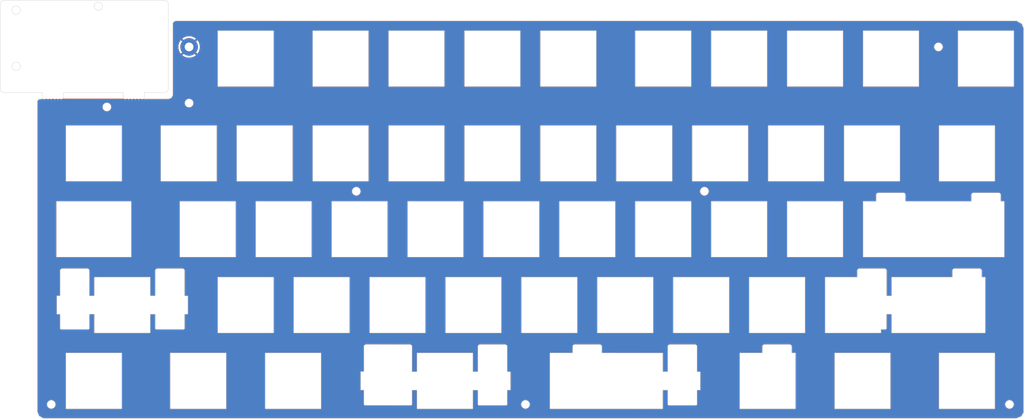
<source format=kicad_pcb>
(kicad_pcb (version 20221018) (generator pcbnew)
  (layers (0 "F.Cu" signal) (31 "B.Cu" signal) (34 "B.Paste" user) (35 "F.Paste" user) (36 "B.SilkS" user "B.Silkscreen") (37 "F.SilkS" user "F.Silkscreen") (38 "B.Mask" user) (39 "F.Mask" user) (44 "Edge.Cuts" user))
  (net 0 "")
  (net 1 "GND")
  (footprint "MountingHole:MountingHole_2.2mm_M2_Pad" (layer "F.Cu") (at 67.78 41.79)
    (fp_text reference "H1" hide)
    (fp_text value "MountingHole_Pad")
    (pad "1" thru_hole circle (at 0 0) (size 4.4 4.4) (drill 2.2) (layers "*.Cu" "*.Mask") (net 1 "GND"))
  )
  (footprint "_reviung-kbd:Stamp_Holes_5mm" (layer "F.Cu") (at 33.63 54.39)
    (fp_text reference "breakaway")
    (fp_text value "Stamp_Holes_5mm" hide)
    (pad "" np_thru_hole circle (at -2.075 0) (size 0.6 0.6) (drill 0.6) (layers "*.Cu" "*.Mask"))
    (pad "" np_thru_hole circle (at -1.25 0) (size 0.6 0.6) (drill 0.6) (layers "*.Cu" "*.Mask"))
    (pad "" np_thru_hole circle (at -0.425 0) (size 0.6 0.6) (drill 0.6) (layers "*.Cu" "*.Mask"))
    (pad "" np_thru_hole circle (at 0.425 0) (size 0.6 0.6) (drill 0.6) (layers "*.Cu" "*.Mask"))
    (pad "" np_thru_hole circle (at 1.25 0) (size 0.6 0.6) (drill 0.6) (layers "*.Cu" "*.Mask"))
    (pad "" np_thru_hole circle (at 2.075 0) (size 0.6 0.6) (drill 0.6) (layers "*.Cu" "*.Mask"))
  )
  (footprint "_reviung-kbd:Stamp_Holes_5mm" (layer "F.Cu") (at 53.9 54.39)
    (fp_text reference "breakaway")
    (fp_text value "Stamp_Holes_5mm" hide)
    (pad "" np_thru_hole circle (at -2.075 0) (size 0.6 0.6) (drill 0.6) (layers "*.Cu" "*.Mask"))
    (pad "" np_thru_hole circle (at -1.25 0) (size 0.6 0.6) (drill 0.6) (layers "*.Cu" "*.Mask"))
    (pad "" np_thru_hole circle (at -0.425 0) (size 0.6 0.6) (drill 0.6) (layers "*.Cu" "*.Mask"))
    (pad "" np_thru_hole circle (at 0.425 0) (size 0.6 0.6) (drill 0.6) (layers "*.Cu" "*.Mask"))
    (pad "" np_thru_hole circle (at 1.25 0) (size 0.6 0.6) (drill 0.6) (layers "*.Cu" "*.Mask"))
    (pad "" np_thru_hole circle (at 2.075 0) (size 0.6 0.6) (drill 0.6) (layers "*.Cu" "*.Mask"))
  )
  (gr_curve (pts (xy 93.742478 75.530007) (xy 93.742478 75.530007) (xy 79.742493 75.529985) (xy 79.742493 75.529985)) (stroke (width 0.088)) (layer "Edge.Cuts"))
  (gr_curve (pts (xy 42.758015 104.323146) (xy 42.758015 104.323146) (xy 44.023506 104.323146) (xy 44.023506 104.323146)) (stroke (width 0.088)) (layer "Edge.Cuts"))
  (gr_curve (pts (xy 150.8925 61.53) (xy 150.8925 61.53) (xy 150.892478 75.530007) (xy 150.892478 75.530007)) (stroke (width 0.088)) (layer "Edge.Cuts"))
  (gr_curve (pts (xy 127.079978 113.630007) (xy 127.079978 113.630007) (xy 113.079993 113.629985) (xy 113.079993 113.629985)) (stroke (width 0.088)) (layer "Edge.Cuts"))
  (gr_curve (pts (xy 231.854978 94.580007) (xy 231.854978 94.580007) (xy 217.854993 94.579985) (xy 217.854993 94.579985)) (stroke (width 0.088)) (layer "Edge.Cuts"))
  (gr_curve (pts (xy 132.130015 99.63) (xy 132.130015 99.63) (xy 146.13 99.63) (xy 146.13 99.63)) (stroke (width 0.088)) (layer "Edge.Cuts"))
  (gr_curve (pts (xy 264.088153 78.940415) (xy 264.088153 78.664269) (xy 264.311998 78.440402) (xy 264.588144 78.440424)) (stroke (width 0.088)) (layer "Edge.Cuts"))
  (gr_curve (pts (xy 266.151399 97.487194) (xy 266.427523 97.487194) (xy 266.65139 97.71106) (xy 266.65139 97.987206)) (stroke (width 0.088)) (layer "Edge.Cuts"))
  (gr_curve (pts (xy 155.942515 61.53) (xy 155.942515 61.53) (xy 169.9425 61.53) (xy 169.9425 61.53)) (stroke (width 0.088)) (layer "Edge.Cuts"))
  (gr_curve (pts (xy 112.7925 37.7175) (xy 112.7925 37.7175) (xy 112.792478 51.717507) (xy 112.792478 51.717507)) (stroke (width 0.088)) (layer "Edge.Cuts"))
  (gr_curve (pts (xy 44.023506 104.323146) (xy 44.023506 104.323146) (xy 44.023506 99.629742) (xy 44.023506 99.629742)) (stroke (width 0.088)) (layer "Edge.Cuts"))
  (gr_curve (pts (xy 255.955015 118.68) (xy 255.955015 118.68) (xy 269.955 118.680022) (xy 269.955 118.680022)) (stroke (width 0.088)) (layer "Edge.Cuts"))
  (gr_curve (pts (xy 56.58 54.74299) (xy 56.58 54.74299) (xy 56.58 53.242758) (xy 56.58 53.242758)) (stroke (width 0.088)) (layer "Edge.Cuts"))
  (gr_curve (pts (xy 255.954993 75.529985) (xy 255.954993 75.529985) (xy 255.955015 61.53) (xy 255.955015 61.53)) (stroke (width 0.088)) (layer "Edge.Cuts"))
  (gr_curve (pts (xy 152.190332 130.549603) (xy 152.770228 130.549603) (xy 153.240332 131.019708) (xy 153.240332 131.599603)) (stroke (width 0.088)) (layer "Edge.Cuts"))
  (gr_curve (pts (xy 194.042515 61.53) (xy 194.042515 61.53) (xy 208.0425 61.53) (xy 208.0425 61.53)) (stroke (width 0.088)) (layer "Edge.Cuts"))
  (gr_curve (pts (xy 213.092493 75.529985) (xy 213.092493 75.529985) (xy 213.092515 61.53) (xy 213.092515 61.53)) (stroke (width 0.088)) (layer "Edge.Cuts"))
  (gr_curve (pts (xy 66.636876 97.987206) (xy 66.636876 97.987206) (xy 66.636855 104.323146) (xy 66.636855 104.323146)) (stroke (width 0.088)) (layer "Edge.Cuts"))
  (gr_curve (pts (xy 30.98 54.74299) (xy 30.98 54.74299) (xy 30.5925 54.74299) (xy 30.5925 54.74299)) (stroke (width 0.088)) (layer "Edge.Cuts"))
  (gr_curve (pts (xy 98.792493 75.529985) (xy 98.792493 75.529985) (xy 98.792515 61.53) (xy 98.792515 61.53)) (stroke (width 0.088)) (layer "Edge.Cuts"))
  (gr_curve (pts (xy 67.778215 56.951145) (xy 67.198319 56.951145) (xy 66.728214 56.48104) (xy 66.728214 55.901145)) (stroke (width 0.088)) (layer "Edge.Cuts"))
  (gr_curve (pts (xy 88.98 37.7175) (xy 88.98 37.7175) (xy 88.979978 51.717507) (xy 88.979978 51.717507)) (stroke (width 0.088)) (layer "Edge.Cuts"))
  (gr_curve (pts (xy 36.879993 132.679985) (xy 36.879993 132.679985) (xy 36.880015 118.68) (xy 36.880015 118.68)) (stroke (width 0.088)) (layer "Edge.Cuts"))
  (gr_curve (pts (xy 32.149511 131.599603) (xy 32.149511 131.019708) (xy 32.619594 130.549603) (xy 33.199511 130.549603)) (stroke (width 0.088)) (layer "Edge.Cuts"))
  (gr_curve (pts (xy 61.575471 30.042753) (xy 61.575471 30.042753) (xy 21.37547 30.042753) (xy 21.37547 30.042753)) (stroke (width 0.088)) (layer "Edge.Cuts"))
  (gr_curve (pts (xy 108.693181 78.051601) (xy 108.693181 77.471706) (xy 109.163286 77.001601) (xy 109.743181 77.001601)) (stroke (width 0.088)) (layer "Edge.Cuts"))
  (gr_curve (pts (xy 30.98 53.242758) (xy 30.98 53.242758) (xy 30.98 54.74299) (xy 30.98 54.74299)) (stroke (width 0.088)) (layer "Edge.Cuts"))
  (gr_curve (pts (xy 140.260655 127.986882) (xy 140.260655 127.986882) (xy 138.972254 127.986882) (xy 138.972254 127.986882)) (stroke (width 0.088)) (layer "Edge.Cuts"))
  (gr_curve (pts (xy 112.792478 75.530007) (xy 112.792478 75.530007) (xy 98.792493 75.529985) (xy 98.792493 75.529985)) (stroke (width 0.088)) (layer "Edge.Cuts"))
  (gr_curve (pts (xy 24.389563 33.587067) (xy 23.809667 33.587067) (xy 23.339562 33.116963) (xy 23.339562 32.537067)) (stroke (width 0.088)) (layer "Edge.Cuts"))
  (gr_curve (pts (xy 44.023506 113.629748) (xy 44.023506 113.629748) (xy 44.023506 108.914145) (xy 44.023506 108.914145)) (stroke (width 0.088)) (layer "Edge.Cuts"))
  (gr_curve (pts (xy 68.828215 55.901145) (xy 68.828215 56.48104) (xy 68.35811 56.951145) (xy 67.778215 56.951145)) (stroke (width 0.088)) (layer "Edge.Cuts"))
  (gr_curve (pts (xy 184.23 99.63) (xy 184.23 99.63) (xy 184.229978 113.630007) (xy 184.229978 113.630007)) (stroke (width 0.088)) (layer "Edge.Cuts"))
  (gr_curve (pts (xy 88.979978 51.717507) (xy 88.979978 51.717507) (xy 74.979993 51.717485) (xy 74.979993 51.717485)) (stroke (width 0.088)) (layer "Edge.Cuts"))
  (gr_curve (pts (xy 58.023491 104.305533) (xy 58.023491 104.305533) (xy 59.311914 104.305533) (xy 59.311914 104.305533)) (stroke (width 0.088)) (layer "Edge.Cuts"))
  (gr_curve (pts (xy 195.225991 123.393364) (xy 195.225991 123.393364) (xy 196.061341 123.393364) (xy 196.061341 123.393364)) (stroke (width 0.088)) (layer "Edge.Cuts"))
  (gr_curve (pts (xy 160.705015 80.58) (xy 160.705015 80.58) (xy 174.705 80.58) (xy 174.705 80.58)) (stroke (width 0.088)) (layer "Edge.Cuts"))
  (gr_curve (pts (xy 151.140331 131.599603) (xy 151.140331 131.019708) (xy 151.610436 130.549603) (xy 152.190332 130.549603)) (stroke (width 0.088)) (layer "Edge.Cuts"))
  (gr_curve (pts (xy 66.728214 55.901145) (xy 66.728214 55.900563) (xy 66.728387 55.900047) (xy 66.728387 55.899465)) (stroke (width 0.088)) (layer "Edge.Cuts"))
  (gr_curve (pts (xy 147.085648 116.557412) (xy 147.361772 116.557412) (xy 147.585639 116.781279) (xy 147.585639 117.057425)) (stroke (width 0.088)) (layer "Edge.Cuts"))
  (gr_curve (pts (xy 136.892515 61.53) (xy 136.892515 61.53) (xy 150.8925 61.53) (xy 150.8925 61.53)) (stroke (width 0.088)) (layer "Edge.Cuts"))
  (gr_curve (pts (xy 205.948743 118.679979) (xy 205.948743 118.679979) (xy 211.650893 118.679979) (xy 211.650893 118.679979)) (stroke (width 0.088)) (layer "Edge.Cuts"))
  (gr_curve (pts (xy 43.964315 31.563548) (xy 43.964315 30.983652) (xy 44.43442 30.513547) (xy 45.014316 30.513547)) (stroke (width 0.088)) (layer "Edge.Cuts"))
  (gr_curve (pts (xy 273.639508 132.649604) (xy 273.059612 132.649604) (xy 272.589507 132.179499) (xy 272.589507 131.599603)) (stroke (width 0.088)) (layer "Edge.Cuts"))
  (gr_curve (pts (xy 36.880015 61.53) (xy 36.880015 61.53) (xy 50.88 61.53) (xy 50.88 61.53)) (stroke (width 0.088)) (layer "Edge.Cuts"))
  (gr_curve (pts (xy 34.498506 80.579742) (xy 34.498506 80.579742) (xy 53.26125 80.58) (xy 53.26125 80.58)) (stroke (width 0.088)) (layer "Edge.Cuts"))
  (gr_curve (pts (xy 35.433096 97.987185) (xy 35.433096 97.711039) (xy 35.656941 97.487172) (xy 35.933087 97.487194)) (stroke (width 0.088)) (layer "Edge.Cuts"))
  (gr_curve (pts (xy 217.855015 37.7175) (xy 217.855015 37.7175) (xy 231.855 37.7175) (xy 231.855 37.7175)) (stroke (width 0.088)) (layer "Edge.Cuts"))
  (gr_curve (pts (xy 100.886228 132.680007) (xy 100.886228 132.680007) (xy 86.886243 132.679985) (xy 86.886243 132.679985)) (stroke (width 0.088)) (layer "Edge.Cuts"))
  (gr_curve (pts (xy 36.880015 118.68) (xy 36.880015 118.68) (xy 50.88 118.68) (xy 50.88 118.68)) (stroke (width 0.088)) (layer "Edge.Cuts"))
  (gr_curve (pts (xy 140.260698 117.057403) (xy 140.260698 116.781257) (xy 140.484543 116.557391) (xy 140.760689 116.557412)) (stroke (width 0.088)) (layer "Edge.Cuts"))
  (gr_curve (pts (xy 58.023491 108.916664) (xy 58.023491 108.916664) (xy 58.023491 113.629748) (xy 58.023491 113.629748)) (stroke (width 0.088)) (layer "Edge.Cuts"))
  (gr_curve (pts (xy 174.705 80.58) (xy 174.705 80.58) (xy 174.704978 94.580007) (xy 174.704978 94.580007)) (stroke (width 0.088)) (layer "Edge.Cuts"))
  (gr_curve (pts (xy 84.504993 94.579985) (xy 84.504993 94.579985) (xy 84.505015 80.58) (xy 84.505015 80.58)) (stroke (width 0.088)) (layer "Edge.Cuts"))
  (gr_curve (pts (xy 243.76125 118.680022) (xy 243.76125 118.680022) (xy 243.761228 132.680007) (xy 243.761228 132.680007)) (stroke (width 0.088)) (layer "Edge.Cuts"))
  (gr_curve (pts (xy 112.158279 116.545031) (xy 112.158279 116.545031) (xy 123.206808 116.557412) (xy 123.206808 116.557412)) (stroke (width 0.088)) (layer "Edge.Cuts"))
  (gr_curve (pts (xy 229.761243 118.68) (xy 229.761243 118.68) (xy 243.76125 118.680022) (xy 243.76125 118.680022)) (stroke (width 0.088)) (layer "Edge.Cuts"))
  (gr_curve (pts (xy 271.413093 78.940436) (xy 271.413093 78.940436) (xy 271.413093 80.58) (xy 271.413093 80.58)) (stroke (width 0.088)) (layer "Edge.Cuts"))
  (gr_curve (pts (xy 197.093276 79.101602) (xy 196.51338 79.101602) (xy 196.043275 78.631497) (xy 196.043275 78.051601)) (stroke (width 0.088)) (layer "Edge.Cuts"))
  (gr_curve (pts (xy 146.13 99.63) (xy 146.13 99.63) (xy 146.129978 113.630007) (xy 146.129978 113.630007)) (stroke (width 0.088)) (layer "Edge.Cuts"))
  (gr_curve (pts (xy 217.854993 94.579985) (xy 217.854993 94.579985) (xy 217.855015 80.58) (xy 217.855015 80.58)) (stroke (width 0.088)) (layer "Edge.Cuts"))
  (gr_curve (pts (xy 197.093276 77.001601) (xy 197.673193 77.001601) (xy 198.143276 77.471706) (xy 198.143276 78.051601)) (stroke (width 0.088)) (layer "Edge.Cuts"))
  (gr_curve (pts (xy 170.229993 113.629985) (xy 170.229993 113.629985) (xy 170.230015 99.63) (xy 170.230015 99.63)) (stroke (width 0.088)) (layer "Edge.Cuts"))
  (gr_curve (pts (xy 79.454978 94.580007) (xy 79.454978 94.580007) (xy 65.454993 94.579985) (xy 65.454993 94.579985)) (stroke (width 0.088)) (layer "Edge.Cuts"))
  (gr_curve (pts (xy 24.389563 45.599125) (xy 24.969458 45.599125) (xy 25.439563 46.06923) (xy 25.439563 46.649125)) (stroke (width 0.088)) (layer "Edge.Cuts"))
  (gr_curve (pts (xy 58.023491 113.629748) (xy 58.023491 113.629748) (xy 44.023506 113.629748) (xy 44.023506 113.629748)) (stroke (width 0.088)) (layer "Edge.Cuts"))
  (gr_curve (pts (xy 74.980015 37.7175) (xy 74.980015 37.7175) (xy 88.98 37.7175) (xy 88.98 37.7175)) (stroke (width 0.088)) (layer "Edge.Cuts"))
  (gr_curve (pts (xy 171.347173 118.679914) (xy 171.347173 118.679914) (xy 186.612628 118.688871) (xy 186.612628 118.688871)) (stroke (width 0.088)) (layer "Edge.Cuts"))
  (gr_curve (pts (xy 98.792493 51.717485) (xy 98.792493 51.717485) (xy 98.792515 37.7175) (xy 98.792515 37.7175)) (stroke (width 0.088)) (layer "Edge.Cuts"))
  (gr_curve (pts (xy 240.709304 78.440424) (xy 240.709304 78.440424) (xy 247.034263 78.440424) (xy 247.034263 78.440424)) (stroke (width 0.088)) (layer "Edge.Cuts"))
  (gr_curve (pts (xy 127.08 99.63) (xy 127.08 99.63) (xy 127.079978 113.630007) (xy 127.079978 113.630007)) (stroke (width 0.088)) (layer "Edge.Cuts"))
  (gr_curve (pts (xy 100.88625 118.68) (xy 100.88625 118.68) (xy 100.886228 132.680007) (xy 100.886228 132.680007)) (stroke (width 0.088)) (layer "Edge.Cuts"))
  (gr_curve (pts (xy 53.261228 94.580007) (xy 53.261228 94.580007) (xy 34.498506 94.579727) (xy 34.498506 94.579727)) (stroke (width 0.088)) (layer "Edge.Cuts"))
  (gr_curve (pts (xy 158.323765 118.679871) (xy 158.323765 118.679871) (xy 164.022232 118.679892) (xy 164.022232 118.679892)) (stroke (width 0.088)) (layer "Edge.Cuts"))
  (gr_curve (pts (xy 124.972269 118.679742) (xy 124.972269 118.679742) (xy 138.972254 118.679742) (xy 138.972254 118.679742)) (stroke (width 0.088)) (layer "Edge.Cuts"))
  (gr_curve (pts (xy 123.706756 131.572258) (xy 123.706756 131.71032) (xy 123.594834 131.822264) (xy 123.45675 131.822264)) (stroke (width 0.088)) (layer "Edge.Cuts"))
  (gr_curve (pts (xy 232.142493 75.529985) (xy 232.142493 75.529985) (xy 232.142515 61.53) (xy 232.142515 61.53)) (stroke (width 0.088)) (layer "Edge.Cuts"))
  (gr_curve (pts (xy 44.023506 108.914145) (xy 44.023506 108.914145) (xy 42.758015 108.914145) (xy 42.758015 108.914145)) (stroke (width 0.088)) (layer "Edge.Cuts"))
  (gr_curve (pts (xy 59.311936 97.987185) (xy 59.311936 97.711039) (xy 59.535781 97.487172) (xy 59.811927 97.487194)) (stroke (width 0.088)) (layer "Edge.Cuts"))
  (gr_curve (pts (xy 212.804978 94.580007) (xy 212.804978 94.580007) (xy 198.804993 94.579985) (xy 198.804993 94.579985)) (stroke (width 0.088)) (layer "Edge.Cuts"))
  (gr_curve (pts (xy 274.717478 51.717507) (xy 274.717478 51.717507) (xy 260.717493 51.717485) (xy 260.717493 51.717485)) (stroke (width 0.088)) (layer "Edge.Cuts"))
  (gr_curve (pts (xy 274.689508 131.599603) (xy 274.689508 132.179499) (xy 274.219404 132.649604) (xy 273.639508 132.649604)) (stroke (width 0.088)) (layer "Edge.Cuts"))
  (gr_curve (pts (xy 229.761243 132.679985) (xy 229.761243 132.679985) (xy 229.761243 118.68) (xy 229.761243 118.68)) (stroke (width 0.088)) (layer "Edge.Cuts"))
  (gr_curve (pts (xy 194.975963 131.822264) (xy 194.975963 131.822264) (xy 188.151014 131.822243) (xy 188.151014 131.822243)) (stroke (width 0.088)) (layer "Edge.Cuts"))
  (gr_curve (pts (xy 108.03 99.63) (xy 108.03 99.63) (xy 108.029978 113.630007) (xy 108.029978 113.630007)) (stroke (width 0.088)) (layer "Edge.Cuts"))
  (gr_curve (pts (xy 50.88 61.53) (xy 50.88 61.53) (xy 50.879978 75.530007) (xy 50.879978 75.530007)) (stroke (width 0.088)) (layer "Edge.Cuts"))
  (gr_curve (pts (xy 42.758015 108.914145) (xy 42.758015 108.914145) (xy 42.757993 112.50204) (xy 42.757993 112.50204)) (stroke (width 0.088)) (layer "Edge.Cuts"))
  (gr_curve (pts (xy 211.650893 118.679979) (xy 211.650893 118.679979) (xy 211.650893 117.050922) (xy 211.650893 117.050922)) (stroke (width 0.088)) (layer "Edge.Cuts"))
  (gr_curve (pts (xy 195.225969 131.572258) (xy 195.225969 131.71032) (xy 195.114047 131.822264) (xy 194.975963 131.822264)) (stroke (width 0.088)) (layer "Edge.Cuts"))
  (gr_curve (pts (xy 79.742493 75.529985) (xy 79.742493 75.529985) (xy 79.742515 61.53) (xy 79.742515 61.53)) (stroke (width 0.088)) (layer "Edge.Cuts"))
  (gr_curve (pts (xy 187.901029 131.572236) (xy 187.901029 131.572236) (xy 187.901029 127.986882) (xy 187.901029 127.986882)) (stroke (width 0.088)) (layer "Edge.Cuts"))
  (gr_curve (pts (xy 111.658288 117.045044) (xy 111.658288 116.768898) (xy 111.882133 116.545031) (xy 112.158279 116.545031)) (stroke (width 0.088)) (layer "Edge.Cuts"))
  (gr_curve (pts (xy 227.0925 61.53) (xy 227.0925 61.53) (xy 227.092478 75.530007) (xy 227.092478 75.530007)) (stroke (width 0.088)) (layer "Edge.Cuts"))
  (gr_curve (pts (xy 33.199511 130.549603) (xy 33.779407 130.549603) (xy 34.249512 131.019708) (xy 34.249512 131.599603)) (stroke (width 0.088)) (layer "Edge.Cuts"))
  (gr_curve (pts (xy 165.179978 113.630007) (xy 165.179978 113.630007) (xy 151.179993 113.629985) (xy 151.179993 113.629985)) (stroke (width 0.088)) (layer "Edge.Cuts"))
  (gr_curve (pts (xy 218.975833 117.050944) (xy 218.975833 117.050944) (xy 218.975833 118.68) (xy 218.975833 118.68)) (stroke (width 0.088)) (layer "Edge.Cuts"))
  (gr_curve (pts (xy 189.280015 99.63) (xy 189.280015 99.63) (xy 203.28 99.63) (xy 203.28 99.63)) (stroke (width 0.088)) (layer "Edge.Cuts"))
  (gr_curve (pts (xy 47.15288 57.921435) (xy 46.572985 57.921435) (xy 46.10288 57.451352) (xy 46.10288 56.871434)) (stroke (width 0.088)) (layer "Edge.Cuts"))
  (gr_curve (pts (xy 212.805 37.7175) (xy 212.805 37.7175) (xy 212.804978 51.717507) (xy 212.804978 51.717507)) (stroke (width 0.088)) (layer "Edge.Cuts"))
  (gr_curve (pts (xy 169.942478 75.530007) (xy 169.942478 75.530007) (xy 155.942493 75.529985) (xy 155.942493 75.529985)) (stroke (width 0.088)) (layer "Edge.Cuts"))
  (gr_curve (pts (xy 148.420945 127.984363) (xy 148.420945 127.984363) (xy 147.585596 127.984363) (xy 147.585596 127.984363)) (stroke (width 0.088)) (layer "Edge.Cuts"))
  (gr_curve (pts (xy 62.601464 54.74299) (xy 62.601464 54.74299) (xy 56.58 54.74299) (xy 56.58 54.74299)) (stroke (width 0.088)) (layer "Edge.Cuts"))
  (gr_curve (pts (xy 244.055612 104.323146) (xy 244.055612 104.323146) (xy 244.055612 99.629742) (xy 244.055612 99.629742)) (stroke (width 0.088)) (layer "Edge.Cuts"))
  (gr_curve (pts (xy 273.639508 130.549603) (xy 274.219404 130.549603) (xy 274.689508 131.019708) (xy 274.689508 131.599603)) (stroke (width 0.088)) (layer "Edge.Cuts"))
  (gr_curve (pts (xy 196.061341 123.393364) (xy 196.061341 123.393364) (xy 196.061319 127.984363) (xy 196.061319 127.984363)) (stroke (width 0.088)) (layer "Edge.Cuts"))
  (gr_curve (pts (xy 44.023506 99.629742) (xy 44.023506 99.629742) (xy 58.023491 99.629742) (xy 58.023491 99.629742)) (stroke (width 0.088)) (layer "Edge.Cuts"))
  (gr_curve (pts (xy 67.472204 104.323146) (xy 67.472204 104.323146) (xy 67.472183 108.914145) (xy 67.472183 108.914145)) (stroke (width 0.088)) (layer "Edge.Cuts"))
  (gr_curve (pts (xy 35.433053 112.502018) (xy 35.433053 112.502018) (xy 35.433075 108.916664) (xy 35.433075 108.916664)) (stroke (width 0.088)) (layer "Edge.Cuts"))
  (gr_curve (pts (xy 186.612628 127.986882) (xy 186.612628 127.986882) (xy 186.612628 132.688878) (xy 186.612628 132.688878)) (stroke (width 0.088)) (layer "Edge.Cuts"))
  (gr_curve (pts (xy 208.042478 75.530007) (xy 208.042478 75.530007) (xy 194.042493 75.529985) (xy 194.042493 75.529985)) (stroke (width 0.088)) (layer "Edge.Cuts"))
  (gr_curve (pts (xy 227.379993 113.629985) (xy 227.379993 113.629985) (xy 227.380015 99.63) (xy 227.380015 99.63)) (stroke (width 0.088)) (layer "Edge.Cuts"))
  (gr_curve (pts (xy 136.892493 75.529985) (xy 136.892493 75.529985) (xy 136.892515 61.53) (xy 136.892515 61.53)) (stroke (width 0.088)) (layer "Edge.Cuts"))
  (gr_curve (pts (xy 198.805015 80.58) (xy 198.805015 80.58) (xy 212.805 80.58) (xy 212.805 80.58)) (stroke (width 0.088)) (layer "Edge.Cuts"))
  (gr_curve (pts (xy 174.992493 75.529985) (xy 174.992493 75.529985) (xy 174.992515 61.53) (xy 174.992515 61.53)) (stroke (width 0.088)) (layer "Edge.Cuts"))
  (gr_curve (pts (xy 84.505015 80.58) (xy 84.505015 80.58) (xy 98.505 80.58) (xy 98.505 80.58)) (stroke (width 0.088)) (layer "Edge.Cuts"))
  (gr_curve (pts (xy 270.913102 78.440424) (xy 271.189227 78.440424) (xy 271.413093 78.66429) (xy 271.413093 78.940436)) (stroke (width 0.088)) (layer "Edge.Cuts"))
  (gr_curve (pts (xy 208.330015 99.63) (xy 208.330015 99.63) (xy 222.33 99.63) (xy 222.33 99.63)) (stroke (width 0.088)) (layer "Edge.Cuts"))
  (gr_curve (pts (xy 21.37547 53.242758) (xy 21.37547 53.242758) (xy 30.98 53.242758) (xy 30.98 53.242758)) (stroke (width 0.088)) (layer "Edge.Cuts"))
  (gr_curve (pts (xy 231.854978 51.717507) (xy 231.854978 51.717507) (xy 217.854993 51.717485) (xy 217.854993 51.717485)) (stroke (width 0.088)) (layer "Edge.Cuts"))
  (gr_curve (pts (xy 155.942493 75.529985) (xy 155.942493 75.529985) (xy 155.942515 61.53) (xy 155.942515 61.53)) (stroke (width 0.088)) (layer "Edge.Cuts"))
  (gr_curve (pts (xy 188.151014 131.822243) (xy 188.012952 131.822243) (xy 187.901029 131.710299) (xy 187.901029 131.572236)) (stroke (width 0.088)) (layer "Edge.Cuts"))
  (gr_curve (pts (xy 111.658245 131.559877) (xy 111.658245 131.559877) (xy 111.658267 127.974523) (xy 111.658267 127.974523)) (stroke (width 0.088)) (layer "Edge.Cuts"))
  (gr_curve (pts (xy 218.475842 116.550931) (xy 218.751967 116.550931) (xy 218.975833 116.774798) (xy 218.975833 117.050944)) (stroke (width 0.088)) (layer "Edge.Cuts"))
  (gr_curve (pts (xy 62.575475 31.042757) (xy 62.575475 30.490486) (xy 62.127763 30.042753) (xy 61.575471 30.042753)) (stroke (width 0.088)) (layer "Edge.Cuts"))
  (gr_curve (pts (xy 111.658267 123.363392) (xy 111.658267 123.363392) (xy 111.658288 117.045044) (xy 111.658288 117.045044)) (stroke (width 0.088)) (layer "Edge.Cuts"))
  (gr_curve (pts (xy 242.790142 97.987206) (xy 242.790142 97.987206) (xy 242.79012 104.323146) (xy 242.79012 104.323146)) (stroke (width 0.088)) (layer "Edge.Cuts"))
  (gr_curve (pts (xy 147.585617 123.393364) (xy 147.585617 123.393364) (xy 148.420967 123.393364) (xy 148.420967 123.393364)) (stroke (width 0.088)) (layer "Edge.Cuts"))
  (gr_curve (pts (xy 141.654993 94.579985) (xy 141.654993 94.579985) (xy 141.655015 80.58) (xy 141.655015 80.58)) (stroke (width 0.088)) (layer "Edge.Cuts"))
  (gr_curve (pts (xy 179.754993 51.717485) (xy 179.754993 51.717485) (xy 179.755015 37.7175) (xy 179.755015 37.7175)) (stroke (width 0.088)) (layer "Edge.Cuts"))
  (gr_curve (pts (xy 63.601467 53.743008) (xy 63.601467 54.295278) (xy 63.153755 54.74299) (xy 62.601464 54.74299)) (stroke (width 0.088)) (layer "Edge.Cuts"))
  (gr_curve (pts (xy 109.743181 77.001601) (xy 110.323077 77.001601) (xy 110.793182 77.471706) (xy 110.793182 78.051601)) (stroke (width 0.088)) (layer "Edge.Cuts"))
  (gr_curve (pts (xy 236.905015 80.58) (xy 236.905015 80.58) (xy 240.209313 80.58) (xy 240.209313 80.58)) (stroke (width 0.088)) (layer "Edge.Cuts"))
  (gr_curve (pts (xy 242.79012 104.323146) (xy 242.79012 104.323146) (xy 244.055612 104.323146) (xy 244.055612 104.323146)) (stroke (width 0.088)) (layer "Edge.Cuts"))
  (gr_curve (pts (xy 30.5925 54.74299) (xy 30.040208 54.74299) (xy 29.592496 55.190723) (xy 29.592496 55.742993)) (stroke (width 0.088)) (layer "Edge.Cuts"))
  (gr_curve (pts (xy 277.242496 133.205255) (xy 277.242496 133.205255) (xy 277.242496 37.192726) (xy 277.242496 37.192726)) (stroke (width 0.088)) (layer "Edge.Cuts"))
  (gr_curve (pts (xy 111.658267 127.974523) (xy 111.658267 127.974523) (xy 110.822896 127.974523) (xy 110.822896 127.974523)) (stroke (width 0.088)) (layer "Edge.Cuts"))
  (gr_curve (pts (xy 164.022232 117.057403) (xy 164.022232 116.781257) (xy 164.246078 116.557391) (xy 164.522223 116.557412)) (stroke (width 0.088)) (layer "Edge.Cuts"))
  (gr_curve (pts (xy 165.18 99.63) (xy 165.18 99.63) (xy 165.179978 113.630007) (xy 165.179978 113.630007)) (stroke (width 0.088)) (layer "Edge.Cuts"))
  (gr_curve (pts (xy 45.014316 30.513547) (xy 45.594233 30.513547) (xy 46.064316 30.983652) (xy 46.064316 31.563548)) (stroke (width 0.088)) (layer "Edge.Cuts"))
  (gr_curve (pts (xy 222.329978 113.630007) (xy 222.329978 113.630007) (xy 208.329993 113.629985) (xy 208.329993 113.629985)) (stroke (width 0.088)) (layer "Edge.Cuts"))
  (gr_curve (pts (xy 272.589507 131.599603) (xy 272.589507 131.019708) (xy 273.059612 130.549603) (xy 273.639508 130.549603)) (stroke (width 0.088)) (layer "Edge.Cuts"))
  (gr_curve (pts (xy 103.555015 80.58) (xy 103.555015 80.58) (xy 117.555 80.58) (xy 117.555 80.58)) (stroke (width 0.088)) (layer "Edge.Cuts"))
  (gr_curve (pts (xy 117.842515 37.7175) (xy 117.842515 37.7175) (xy 131.8425 37.7175) (xy 131.8425 37.7175)) (stroke (width 0.088)) (layer "Edge.Cuts"))
  (gr_curve (pts (xy 36.28 53.242758) (xy 36.28 53.242758) (xy 51.28 53.242758) (xy 51.28 53.242758)) (stroke (width 0.088)) (layer "Edge.Cuts"))
  (gr_curve (pts (xy 266.65139 99.63) (xy 266.65139 99.63) (xy 267.57375 99.63) (xy 267.57375 99.63)) (stroke (width 0.088)) (layer "Edge.Cuts"))
  (gr_curve (pts (xy 66.636855 104.323146) (xy 66.636855 104.323146) (xy 67.472204 104.323146) (xy 67.472204 104.323146)) (stroke (width 0.088)) (layer "Edge.Cuts"))
  (gr_curve (pts (xy 231.855 37.7175) (xy 231.855 37.7175) (xy 231.854978 51.717507) (xy 231.854978 51.717507)) (stroke (width 0.088)) (layer "Edge.Cuts"))
  (gr_curve (pts (xy 170.230015 99.63) (xy 170.230015 99.63) (xy 184.23 99.63) (xy 184.23 99.63)) (stroke (width 0.088)) (layer "Edge.Cuts"))
  (gr_curve (pts (xy 195.226013 117.057425) (xy 195.226013 117.057425) (xy 195.225991 123.393364) (xy 195.225991 123.393364)) (stroke (width 0.088)) (layer "Edge.Cuts"))
  (gr_curve (pts (xy 25.439563 32.537067) (xy 25.439563 33.116963) (xy 24.969458 33.587067) (xy 24.389563 33.587067)) (stroke (width 0.088)) (layer "Edge.Cuts"))
  (gr_curve (pts (xy 241.379978 113.630007) (xy 241.379978 113.630007) (xy 227.379993 113.629985) (xy 227.379993 113.629985)) (stroke (width 0.088)) (layer "Edge.Cuts"))
  (gr_curve (pts (xy 198.804993 51.717485) (xy 198.804993 51.717485) (xy 198.805015 37.7175) (xy 198.805015 37.7175)) (stroke (width 0.088)) (layer "Edge.Cuts"))
  (gr_curve (pts (xy 131.8425 61.53) (xy 131.8425 61.53) (xy 131.842478 75.530007) (xy 131.842478 75.530007)) (stroke (width 0.088)) (layer "Edge.Cuts"))
  (gr_curve (pts (xy 124.972269 127.984363) (xy 124.972269 127.984363) (xy 123.706778 127.984363) (xy 123.706778 127.984363)) (stroke (width 0.088)) (layer "Edge.Cuts"))
  (gr_curve (pts (xy 59.311914 104.305533) (xy 59.311914 104.305533) (xy 59.311936 97.987185) (xy 59.311936 97.987185)) (stroke (width 0.088)) (layer "Edge.Cuts"))
  (gr_curve (pts (xy 50.879978 75.530007) (xy 50.879978 75.530007) (xy 36.879993 75.529985) (xy 36.879993 75.529985)) (stroke (width 0.088)) (layer "Edge.Cuts"))
  (gr_curve (pts (xy 65.454993 94.579985) (xy 65.454993 94.579985) (xy 65.455015 80.58) (xy 65.455015 80.58)) (stroke (width 0.088)) (layer "Edge.Cuts"))
  (gr_curve (pts (xy 269.954978 75.530007) (xy 269.954978 75.530007) (xy 255.954993 75.529985) (xy 255.954993 75.529985)) (stroke (width 0.088)) (layer "Edge.Cuts"))
  (gr_curve (pts (xy 74.6925 61.53) (xy 74.6925 61.53) (xy 74.692478 75.530007) (xy 74.692478 75.530007)) (stroke (width 0.088)) (layer "Edge.Cuts"))
  (gr_curve (pts (xy 205.948743 132.679964) (xy 205.948743 132.679964) (xy 205.948743 118.679979) (xy 205.948743 118.679979)) (stroke (width 0.088)) (layer "Edge.Cuts"))
  (gr_curve (pts (xy 260.717515 37.7175) (xy 260.717515 37.7175) (xy 274.7175 37.7175) (xy 274.7175 37.7175)) (stroke (width 0.088)) (layer "Edge.Cuts"))
  (gr_curve (pts (xy 212.804978 51.717507) (xy 212.804978 51.717507) (xy 198.804993 51.717485) (xy 198.804993 51.717485)) (stroke (width 0.088)) (layer "Edge.Cuts"))
  (gr_curve (pts (xy 113.079993 113.629985) (xy 113.079993 113.629985) (xy 113.080015 99.63) (xy 113.080015 99.63)) (stroke (width 0.088)) (layer "Edge.Cuts"))
  (gr_curve (pts (xy 186.612628 123.375751) (xy 186.612628 123.375751) (xy 187.901051 123.375751) (xy 187.901051 123.375751)) (stroke (width 0.088)) (layer "Edge.Cuts"))
  (gr_curve (pts (xy 186.612628 118.688871) (xy 186.612628 118.688871) (xy 186.612628 123.375751) (xy 186.612628 123.375751)) (stroke (width 0.088)) (layer "Edge.Cuts"))
  (gr_curve (pts (xy 88.979978 113.630007) (xy 88.979978 113.630007) (xy 74.979993 113.629985) (xy 74.979993 113.629985)) (stroke (width 0.088)) (layer "Edge.Cuts"))
  (gr_curve (pts (xy 136.604978 94.580007) (xy 136.604978 94.580007) (xy 122.604993 94.579985) (xy 122.604993 94.579985)) (stroke (width 0.088)) (layer "Edge.Cuts"))
  (gr_curve (pts (xy 203.28 99.63) (xy 203.28 99.63) (xy 203.279978 113.630007) (xy 203.279978 113.630007)) (stroke (width 0.088)) (layer "Edge.Cuts"))
  (gr_curve (pts (xy 171.347173 117.057425) (xy 171.347173 117.057425) (xy 171.347173 118.679914) (xy 171.347173 118.679914)) (stroke (width 0.088)) (layer "Edge.Cuts"))
  (gr_curve (pts (xy 186.612628 132.688878) (xy 186.612628 132.688878) (xy 158.323743 132.679856) (xy 158.323743 132.679856)) (stroke (width 0.088)) (layer "Edge.Cuts"))
  (gr_curve (pts (xy 212.805 80.58) (xy 212.805 80.58) (xy 212.804978 94.580007) (xy 212.804978 94.580007)) (stroke (width 0.088)) (layer "Edge.Cuts"))
  (gr_curve (pts (xy 196.061319 127.984363) (xy 196.061319 127.984363) (xy 195.225969 127.984363) (xy 195.225969 127.984363)) (stroke (width 0.088)) (layer "Edge.Cuts"))
  (gr_curve (pts (xy 236.904993 94.579985) (xy 236.904993 94.579985) (xy 236.905015 80.58) (xy 236.905015 80.58)) (stroke (width 0.088)) (layer "Edge.Cuts"))
  (gr_curve (pts (xy 254.761504 41.785598) (xy 254.761504 41.205702) (xy 255.231609 40.735598) (xy 255.811505 40.735598)) (stroke (width 0.088)) (layer "Edge.Cuts"))
  (gr_curve (pts (xy 179.755015 37.7175) (xy 179.755015 37.7175) (xy 193.755 37.7175) (xy 193.755 37.7175)) (stroke (width 0.088)) (layer "Edge.Cuts"))
  (gr_curve (pts (xy 98.505 80.58) (xy 98.505 80.58) (xy 98.504978 94.580007) (xy 98.504978 94.580007)) (stroke (width 0.088)) (layer "Edge.Cuts"))
  (gr_curve (pts (xy 213.092515 61.53) (xy 213.092515 61.53) (xy 227.0925 61.53) (xy 227.0925 61.53)) (stroke (width 0.088)) (layer "Edge.Cuts"))
  (gr_curve (pts (xy 132.129993 113.629985) (xy 132.129993 113.629985) (xy 132.130015 99.63) (xy 132.130015 99.63)) (stroke (width 0.088)) (layer "Edge.Cuts"))
  (gr_curve (pts (xy 179.754993 94.579985) (xy 179.754993 94.579985) (xy 179.755015 80.58) (xy 179.755015 80.58)) (stroke (width 0.088)) (layer "Edge.Cuts"))
  (gr_curve (pts (xy 74.979993 113.629985) (xy 74.979993 113.629985) (xy 74.980015 99.63) (xy 74.980015 99.63)) (stroke (width 0.088)) (layer "Edge.Cuts"))
  (gr_curve (pts (xy 46.10288 56.871434) (xy 46.10288 56.291539) (xy 46.572985 55.821434) (xy 47.15288 55.821434)) (stroke (width 0.088)) (layer "Edge.Cuts"))
  (gr_curve (pts (xy 79.455 80.58) (xy 79.455 80.58) (xy 79.454978 94.580007) (xy 79.454978 94.580007)) (stroke (width 0.088)) (layer "Edge.Cuts"))
  (gr_curve (pts (xy 24.389563 31.487066) (xy 24.969458 31.487066) (xy 25.439563 31.957171) (xy 25.439563 32.537067)) (stroke (width 0.088)) (layer "Edge.Cuts"))
  (gr_curve (pts (xy 110.822896 123.363392) (xy 110.822896 123.363392) (xy 111.658267 123.363392) (xy 111.658267 123.363392)) (stroke (width 0.088)) (layer "Edge.Cuts"))
  (gr_curve (pts (xy 66.386827 112.752046) (xy 66.386827 112.752046) (xy 59.561877 112.752024) (xy 59.561877 112.752024)) (stroke (width 0.088)) (layer "Edge.Cuts"))
  (gr_curve (pts (xy 25.439563 46.649125) (xy 25.439563 47.229043) (xy 24.969458 47.699126) (xy 24.389563 47.699126)) (stroke (width 0.088)) (layer "Edge.Cuts"))
  (gr_curve (pts (xy 169.942478 51.717507) (xy 169.942478 51.717507) (xy 155.942493 51.717485) (xy 155.942493 51.717485)) (stroke (width 0.088)) (layer "Edge.Cuts"))
  (gr_curve (pts (xy 23.339562 32.537067) (xy 23.339562 31.957171) (xy 23.809667 31.487066) (xy 24.389563 31.487066)) (stroke (width 0.088)) (layer "Edge.Cuts"))
  (gr_curve (pts (xy 147.585639 117.057425) (xy 147.585639 117.057425) (xy 147.585617 123.393364) (xy 147.585617 123.393364)) (stroke (width 0.088)) (layer "Edge.Cuts"))
  (gr_curve (pts (xy 117.842493 75.529985) (xy 117.842493 75.529985) (xy 117.842515 61.53) (xy 117.842515 61.53)) (stroke (width 0.088)) (layer "Edge.Cuts"))
  (gr_curve (pts (xy 241.379978 112.752046) (xy 241.379978 112.752046) (xy 241.379978 113.630007) (xy 241.379978 113.630007)) (stroke (width 0.088)) (layer "Edge.Cuts"))
  (gr_curve (pts (xy 63.073743 132.679985) (xy 63.073743 132.679985) (xy 63.073743 118.68) (xy 63.073743 118.68)) (stroke (width 0.088)) (layer "Edge.Cuts"))
  (gr_curve (pts (xy 59.561877 112.752024) (xy 59.423815 112.752024) (xy 59.311893 112.64008) (xy 59.311893 112.502018)) (stroke (width 0.088)) (layer "Edge.Cuts"))
  (gr_curve (pts (xy 140.260655 131.572236) (xy 140.260655 131.572236) (xy 140.260655 127.986882) (xy 140.260655 127.986882)) (stroke (width 0.088)) (layer "Edge.Cuts"))
  (gr_curve (pts (xy 187.901051 123.375751) (xy 187.901051 123.375751) (xy 187.901072 117.057403) (xy 187.901072 117.057403)) (stroke (width 0.088)) (layer "Edge.Cuts"))
  (gr_curve (pts (xy 113.080015 99.63) (xy 113.080015 99.63) (xy 127.08 99.63) (xy 127.08 99.63)) (stroke (width 0.088)) (layer "Edge.Cuts"))
  (gr_curve (pts (xy 109.743181 79.101602) (xy 109.163286 79.101602) (xy 108.693181 78.631497) (xy 108.693181 78.051601)) (stroke (width 0.088)) (layer "Edge.Cuts"))
  (gr_curve (pts (xy 236.905015 37.7175) (xy 236.905015 37.7175) (xy 250.905 37.7175) (xy 250.905 37.7175)) (stroke (width 0.088)) (layer "Edge.Cuts"))
  (gr_curve (pts (xy 267.573728 113.629748) (xy 267.573728 113.629748) (xy 244.055496 113.629748) (xy 244.055496 113.629748)) (stroke (width 0.088)) (layer "Edge.Cuts"))
  (gr_curve (pts (xy 217.854993 51.717485) (xy 217.854993 51.717485) (xy 217.855015 37.7175) (xy 217.855015 37.7175)) (stroke (width 0.088)) (layer "Edge.Cuts"))
  (gr_curve (pts (xy 260.717493 51.717485) (xy 260.717493 51.717485) (xy 260.717515 37.7175) (xy 260.717515 37.7175)) (stroke (width 0.088)) (layer "Edge.Cuts"))
  (gr_curve (pts (xy 150.892478 75.530007) (xy 150.892478 75.530007) (xy 136.892493 75.529985) (xy 136.892493 75.529985)) (stroke (width 0.088)) (layer "Edge.Cuts"))
  (gr_curve (pts (xy 88.98 99.63) (xy 88.98 99.63) (xy 88.979978 113.630007) (xy 88.979978 113.630007)) (stroke (width 0.088)) (layer "Edge.Cuts"))
  (gr_curve (pts (xy 255.955015 61.53) (xy 255.955015 61.53) (xy 269.955 61.53) (xy 269.955 61.53)) (stroke (width 0.088)) (layer "Edge.Cuts"))
  (gr_curve (pts (xy 244.055612 99.629742) (xy 244.055612 99.629742) (xy 259.32645 99.629742) (xy 259.32645 99.629742)) (stroke (width 0.088)) (layer "Edge.Cuts"))
  (gr_curve (pts (xy 46.064316 31.563548) (xy 46.064316 32.143443) (xy 45.594233 32.613548) (xy 45.014316 32.613548)) (stroke (width 0.088)) (layer "Edge.Cuts"))
  (gr_curve (pts (xy 203.279978 113.630007) (xy 203.279978 113.630007) (xy 189.279993 113.629985) (xy 189.279993 113.629985)) (stroke (width 0.088)) (layer "Edge.Cuts"))
  (gr_curve (pts (xy 42.757993 112.50204) (xy 42.757993 112.640102) (xy 42.646071 112.752046) (xy 42.507987 112.752046)) (stroke (width 0.088)) (layer "Edge.Cuts"))
  (gr_curve (pts (xy 140.760689 116.557412) (xy 140.760689 116.557412) (xy 147.085648 116.557412) (xy 147.085648 116.557412)) (stroke (width 0.088)) (layer "Edge.Cuts"))
  (gr_curve (pts (xy 93.7425 61.53) (xy 93.7425 61.53) (xy 93.742478 75.530007) (xy 93.742478 75.530007)) (stroke (width 0.088)) (layer "Edge.Cuts"))
  (gr_curve (pts (xy 131.842478 75.530007) (xy 131.842478 75.530007) (xy 117.842493 75.529985) (xy 117.842493 75.529985)) (stroke (width 0.088)) (layer "Edge.Cuts"))
  (gr_curve (pts (xy 196.043275 78.051601) (xy 196.043275 77.471706) (xy 196.51338 77.001601) (xy 197.093276 77.001601)) (stroke (width 0.088)) (layer "Edge.Cuts"))
  (gr_curve (pts (xy 242.290151 97.487194) (xy 242.566275 97.487194) (xy 242.790142 97.71106) (xy 242.790142 97.987206)) (stroke (width 0.088)) (layer "Edge.Cuts"))
  (gr_curve (pts (xy 111.90823 131.809883) (xy 111.770168 131.809883) (xy 111.658245 131.697939) (xy 111.658245 131.559877)) (stroke (width 0.088)) (layer "Edge.Cuts"))
  (gr_curve (pts (xy 34.597703 104.305533) (xy 34.597703 104.305533) (xy 35.433075 104.305533) (xy 35.433075 104.305533)) (stroke (width 0.088)) (layer "Edge.Cuts"))
  (gr_curve (pts (xy 246.1425 61.53) (xy 246.1425 61.53) (xy 246.142478 75.530007) (xy 246.142478 75.530007)) (stroke (width 0.088)) (layer "Edge.Cuts"))
  (gr_curve (pts (xy 269.955 61.53) (xy 269.955 61.53) (xy 269.954978 75.530007) (xy 269.954978 75.530007)) (stroke (width 0.088)) (layer "Edge.Cuts"))
  (gr_curve (pts (xy 227.092478 75.530007) (xy 227.092478 75.530007) (xy 213.092493 75.529985) (xy 213.092493 75.529985)) (stroke (width 0.088)) (layer "Edge.Cuts"))
  (gr_curve (pts (xy 117.555 80.58) (xy 117.555 80.58) (xy 117.554978 94.580007) (xy 117.554978 94.580007)) (stroke (width 0.088)) (layer "Edge.Cuts"))
  (gr_curve (pts (xy 50.88 118.68) (xy 50.88 118.68) (xy 50.879978 132.680007) (xy 50.879978 132.680007)) (stroke (width 0.088)) (layer "Edge.Cuts"))
  (gr_curve (pts (xy 169.9425 37.7175) (xy 169.9425 37.7175) (xy 169.942478 51.717507) (xy 169.942478 51.717507)) (stroke (width 0.088)) (layer "Edge.Cuts"))
  (gr_curve (pts (xy 63.601467 36.192744) (xy 63.601467 36.192744) (xy 63.601467 53.743008) (xy 63.601467 53.743008)) (stroke (width 0.088)) (layer "Edge.Cuts"))
  (gr_curve (pts (xy 45.014316 32.613548) (xy 44.43442 32.613548) (xy 43.964315 32.143443) (xy 43.964315 31.563548)) (stroke (width 0.088)) (layer "Edge.Cuts"))
  (gr_curve (pts (xy 150.892478 51.717507) (xy 150.892478 51.717507) (xy 136.892493 51.717485) (xy 136.892493 51.717485)) (stroke (width 0.088)) (layer "Edge.Cuts"))
  (gr_curve (pts (xy 193.755 80.58) (xy 193.755 80.58) (xy 193.754978 94.580007) (xy 193.754978 94.580007)) (stroke (width 0.088)) (layer "Edge.Cuts"))
  (gr_curve (pts (xy 155.942493 51.717485) (xy 155.942493 51.717485) (xy 155.942515 37.7175) (xy 155.942515 37.7175)) (stroke (width 0.088)) (layer "Edge.Cuts"))
  (gr_curve (pts (xy 242.522501 112.752046) (xy 242.522501 112.752046) (xy 241.379978 112.752046) (xy 241.379978 112.752046)) (stroke (width 0.088)) (layer "Edge.Cuts"))
  (gr_curve (pts (xy 21.37547 30.042753) (xy 20.8232 30.042753) (xy 20.375488 30.490486) (xy 20.375488 31.042757)) (stroke (width 0.088)) (layer "Edge.Cuts"))
  (gr_curve (pts (xy 36.28 54.74299) (xy 36.28 54.74299) (xy 36.28 53.242758) (xy 36.28 53.242758)) (stroke (width 0.088)) (layer "Edge.Cuts"))
  (gr_curve (pts (xy 235.465202 99.63) (xy 235.465202 99.63) (xy 235.465202 97.987185) (xy 235.465202 97.987185)) (stroke (width 0.088)) (layer "Edge.Cuts"))
  (gr_curve (pts (xy 275.242511 35.19274) (xy 275.242511 35.19274) (xy 64.601471 35.19274) (xy 64.601471 35.19274)) (stroke (width 0.088)) (layer "Edge.Cuts"))
  (gr_curve (pts (xy 56.58 53.242758) (xy 56.415364 53.242758) (xy 61.575471 53.242758) (xy 61.575471 53.242758)) (stroke (width 0.088)) (layer "Edge.Cuts"))
  (gr_curve (pts (xy 169.9425 61.53) (xy 169.9425 61.53) (xy 169.942478 75.530007) (xy 169.942478 75.530007)) (stroke (width 0.088)) (layer "Edge.Cuts"))
  (gr_curve (pts (xy 138.972254 127.986882) (xy 138.972254 127.986882) (xy 138.972254 132.679748) (xy 138.972254 132.679748)) (stroke (width 0.088)) (layer "Edge.Cuts"))
  (gr_curve (pts (xy 266.65139 97.987206) (xy 266.65139 97.987206) (xy 266.65139 99.63) (xy 266.65139 99.63)) (stroke (width 0.088)) (layer "Edge.Cuts"))
  (gr_curve (pts (xy 235.465202 97.987185) (xy 235.465202 97.711039) (xy 235.689047 97.487172) (xy 235.965193 97.487194)) (stroke (width 0.088)) (layer "Edge.Cuts"))
  (gr_curve (pts (xy 66.728387 55.899465) (xy 66.728387 55.89897) (xy 66.728236 55.898496) (xy 66.728236 55.898001)) (stroke (width 0.088)) (layer "Edge.Cuts"))
  (gr_curve (pts (xy 65.455015 80.58) (xy 65.455015 80.58) (xy 79.455 80.58) (xy 79.455 80.58)) (stroke (width 0.088)) (layer "Edge.Cuts"))
  (gr_curve (pts (xy 193.754978 94.580007) (xy 193.754978 94.580007) (xy 179.754993 94.579985) (xy 179.754993 94.579985)) (stroke (width 0.088)) (layer "Edge.Cuts"))
  (gr_curve (pts (xy 123.706799 117.057425) (xy 123.706799 117.057425) (xy 123.706778 123.393364) (xy 123.706778 123.393364)) (stroke (width 0.088)) (layer "Edge.Cuts"))
  (gr_curve (pts (xy 35.683038 112.752024) (xy 35.544976 112.752024) (xy 35.433053 112.64008) (xy 35.433053 112.502018)) (stroke (width 0.088)) (layer "Edge.Cuts"))
  (gr_curve (pts (xy 155.654978 94.580007) (xy 155.654978 94.580007) (xy 141.654993 94.579985) (xy 141.654993 94.579985)) (stroke (width 0.088)) (layer "Edge.Cuts"))
  (gr_curve (pts (xy 66.636833 108.914145) (xy 66.636833 108.914145) (xy 66.636833 112.50204) (xy 66.636833 112.50204)) (stroke (width 0.088)) (layer "Edge.Cuts"))
  (gr_curve (pts (xy 170.847182 116.557412) (xy 171.123306 116.557412) (xy 171.347173 116.781279) (xy 171.347173 117.057425)) (stroke (width 0.088)) (layer "Edge.Cuts"))
  (gr_curve (pts (xy 42.758037 97.987206) (xy 42.758037 97.987206) (xy 42.758015 104.323146) (xy 42.758015 104.323146)) (stroke (width 0.088)) (layer "Edge.Cuts"))
  (gr_curve (pts (xy 77.073728 132.680007) (xy 77.073728 132.680007) (xy 63.073743 132.679985) (xy 63.073743 132.679985)) (stroke (width 0.088)) (layer "Edge.Cuts"))
  (gr_curve (pts (xy 259.826441 97.487194) (xy 259.826441 97.487194) (xy 266.151399 97.487194) (xy 266.151399 97.487194)) (stroke (width 0.088)) (layer "Edge.Cuts"))
  (gr_curve (pts (xy 74.980015 99.63) (xy 74.980015 99.63) (xy 88.98 99.63) (xy 88.98 99.63)) (stroke (width 0.088)) (layer "Edge.Cuts"))
  (gr_curve (pts (xy 188.401063 116.557412) (xy 188.401063 116.557412) (xy 194.726022 116.557412) (xy 194.726022 116.557412)) (stroke (width 0.088)) (layer "Edge.Cuts"))
  (gr_curve (pts (xy 246.142478 75.530007) (xy 246.142478 75.530007) (xy 232.142493 75.529985) (xy 232.142493 75.529985)) (stroke (width 0.088)) (layer "Edge.Cuts"))
  (gr_curve (pts (xy 122.604993 94.579985) (xy 122.604993 94.579985) (xy 122.605015 80.58) (xy 122.605015 80.58)) (stroke (width 0.088)) (layer "Edge.Cuts"))
  (gr_curve (pts (xy 66.636833 112.50204) (xy 66.636833 112.640102) (xy 66.524911 112.752046) (xy 66.386827 112.752046)) (stroke (width 0.088)) (layer "Edge.Cuts"))
  (gr_curve (pts (xy 42.258046 97.487194) (xy 42.53417 97.487194) (xy 42.758037 97.71106) (xy 42.758037 97.987206)) (stroke (width 0.088)) (layer "Edge.Cuts"))
  (gr_curve (pts (xy 227.380015 99.63) (xy 227.380015 99.63) (xy 235.465202 99.63) (xy 235.465202 99.63)) (stroke (width 0.088)) (layer "Edge.Cuts"))
  (gr_curve (pts (xy 122.605015 80.58) (xy 122.605015 80.58) (xy 136.605 80.58) (xy 136.605 80.58)) (stroke (width 0.088)) (layer "Edge.Cuts"))
  (gr_curve (pts (xy 179.755015 80.58) (xy 179.755015 80.58) (xy 193.755 80.58) (xy 193.755 80.58)) (stroke (width 0.088)) (layer "Edge.Cuts"))
  (gr_curve (pts (xy 34.597703 108.916664) (xy 34.597703 108.916664) (xy 34.597703 104.305533) (xy 34.597703 104.305533)) (stroke (width 0.088)) (layer "Edge.Cuts"))
  (gr_curve (pts (xy 164.522223 116.557412) (xy 164.522223 116.557412) (xy 170.847182 116.557412) (xy 170.847182 116.557412)) (stroke (width 0.088)) (layer "Edge.Cuts"))
  (gr_curve (pts (xy 79.742515 61.53) (xy 79.742515 61.53) (xy 93.7425 61.53) (xy 93.7425 61.53)) (stroke (width 0.088)) (layer "Edge.Cuts"))
  (gr_curve (pts (xy 48.202881 56.871434) (xy 48.202881 57.451352) (xy 47.732797 57.921435) (xy 47.15288 57.921435)) (stroke (width 0.088)) (layer "Edge.Cuts"))
  (gr_curve (pts (xy 250.904978 51.717507) (xy 250.904978 51.717507) (xy 236.904993 51.717485) (xy 236.904993 51.717485)) (stroke (width 0.088)) (layer "Edge.Cuts"))
  (gr_curve (pts (xy 184.229978 113.630007) (xy 184.229978 113.630007) (xy 170.229993 113.629985) (xy 170.229993 113.629985)) (stroke (width 0.088)) (layer "Edge.Cuts"))
  (gr_curve (pts (xy 195.225969 127.984363) (xy 195.225969 127.984363) (xy 195.225969 131.572258) (xy 195.225969 131.572258)) (stroke (width 0.088)) (layer "Edge.Cuts"))
  (gr_curve (pts (xy 108.029978 113.630007) (xy 108.029978 113.630007) (xy 94.029993 113.629985) (xy 94.029993 113.629985)) (stroke (width 0.088)) (layer "Edge.Cuts"))
  (gr_curve (pts (xy 31.592504 135.20524) (xy 31.592504 135.20524) (xy 275.242511 135.20524) (xy 275.242511 135.20524)) (stroke (width 0.088)) (layer "Edge.Cuts"))
  (gr_curve (pts (xy 67.778215 54.848001) (xy 68.358132 54.848001) (xy 68.828215 55.318084) (xy 68.828215 55.898001)) (stroke (width 0.088)) (layer "Edge.Cuts"))
  (gr_curve (pts (xy 74.979993 51.717485) (xy 74.979993 51.717485) (xy 74.980015 37.7175) (xy 74.980015 37.7175)) (stroke (width 0.088)) (layer "Edge.Cuts"))
  (gr_curve (pts (xy 29.592496 55.742993) (xy 29.592496 55.742993) (xy 29.592496 133.205233) (xy 29.592496 133.205233)) (stroke (width 0.088)) (layer "Edge.Cuts"))
  (gr_curve (pts (xy 131.842478 51.717507) (xy 131.842478 51.717507) (xy 117.842493 51.717485) (xy 117.842493 51.717485)) (stroke (width 0.088)) (layer "Edge.Cuts"))
  (gr_curve (pts (xy 255.811505 42.835599) (xy 255.231609 42.835599) (xy 254.761504 42.365494) (xy 254.761504 41.785598)) (stroke (width 0.088)) (layer "Edge.Cuts"))
  (gr_curve (pts (xy 94.029993 113.629985) (xy 94.029993 113.629985) (xy 94.030015 99.63) (xy 94.030015 99.63)) (stroke (width 0.088)) (layer "Edge.Cuts"))
  (gr_curve (pts (xy 24.389563 47.699126) (xy 23.809667 47.699126) (xy 23.339562 47.229043) (xy 23.339562 46.649125)) (stroke (width 0.088)) (layer "Edge.Cuts"))
  (gr_curve (pts (xy 243.761228 132.680007) (xy 243.761228 132.680007) (xy 229.761243 132.679985) (xy 229.761243 132.679985)) (stroke (width 0.088)) (layer "Edge.Cuts"))
  (gr_curve (pts (xy 140.51064 131.822243) (xy 140.372578 131.822243) (xy 140.260655 131.710299) (xy 140.260655 131.572236)) (stroke (width 0.088)) (layer "Edge.Cuts"))
  (gr_curve (pts (xy 259.32645 97.987185) (xy 259.32645 97.711039) (xy 259.550295 97.487172) (xy 259.826441 97.487194)) (stroke (width 0.088)) (layer "Edge.Cuts"))
  (gr_curve (pts (xy 64.601471 35.19274) (xy 64.049179 35.19274) (xy 63.601467 35.640474) (xy 63.601467 36.192744)) (stroke (width 0.088)) (layer "Edge.Cuts"))
  (gr_curve (pts (xy 174.992515 61.53) (xy 174.992515 61.53) (xy 188.9925 61.53) (xy 188.9925 61.53)) (stroke (width 0.088)) (layer "Edge.Cuts"))
  (gr_curve (pts (xy 47.15288 55.821434) (xy 47.732797 55.821434) (xy 48.202881 56.291539) (xy 48.202881 56.871434)) (stroke (width 0.088)) (layer "Edge.Cuts"))
  (gr_curve (pts (xy 267.57375 99.63) (xy 267.57375 99.63) (xy 267.573728 113.629748) (xy 267.573728 113.629748)) (stroke (width 0.088)) (layer "Edge.Cuts"))
  (gr_curve (pts (xy 63.073743 118.68) (xy 63.073743 118.68) (xy 77.07375 118.68) (xy 77.07375 118.68)) (stroke (width 0.088)) (layer "Edge.Cuts"))
  (gr_curve (pts (xy 138.972254 132.679748) (xy 138.972254 132.679748) (xy 124.972269 132.679748) (xy 124.972269 132.679748)) (stroke (width 0.088)) (layer "Edge.Cuts"))
  (gr_curve (pts (xy 218.975833 118.68) (xy 218.975833 118.68) (xy 219.94875 118.68) (xy 219.94875 118.68)) (stroke (width 0.088)) (layer "Edge.Cuts"))
  (gr_curve (pts (xy 189.279993 113.629985) (xy 189.279993 113.629985) (xy 189.280015 99.63) (xy 189.280015 99.63)) (stroke (width 0.088)) (layer "Edge.Cuts"))
  (gr_curve (pts (xy 33.199511 132.649604) (xy 32.619594 132.649604) (xy 32.149511 132.179499) (xy 32.149511 131.599603)) (stroke (width 0.088)) (layer "Edge.Cuts"))
  (gr_curve (pts (xy 255.954993 132.679985) (xy 255.954993 132.679985) (xy 255.955015 118.68) (xy 255.955015 118.68)) (stroke (width 0.088)) (layer "Edge.Cuts"))
  (gr_curve (pts (xy 147.585596 131.572258) (xy 147.585596 131.71032) (xy 147.473673 131.822264) (xy 147.335589 131.822264)) (stroke (width 0.088)) (layer "Edge.Cuts"))
  (gr_curve (pts (xy 110.822896 127.974523) (xy 110.822896 127.974523) (xy 110.822896 123.363392) (xy 110.822896 123.363392)) (stroke (width 0.088)) (layer "Edge.Cuts"))
  (gr_curve (pts (xy 269.955 118.680022) (xy 269.955 118.680022) (xy 269.954978 132.680007) (xy 269.954978 132.680007)) (stroke (width 0.088)) (layer "Edge.Cuts"))
  (gr_curve (pts (xy 147.335589 131.822264) (xy 147.335589 131.822264) (xy 140.51064 131.822243) (xy 140.51064 131.822243)) (stroke (width 0.088)) (layer "Edge.Cuts"))
  (gr_curve (pts (xy 68.828215 55.898001) (xy 68.828215 55.898539) (xy 68.828065 55.899035) (xy 68.828065 55.899573)) (stroke (width 0.088)) (layer "Edge.Cuts"))
  (gr_curve (pts (xy 136.892515 37.7175) (xy 136.892515 37.7175) (xy 150.8925 37.7175) (xy 150.8925 37.7175)) (stroke (width 0.088)) (layer "Edge.Cuts"))
  (gr_curve (pts (xy 66.728236 55.898001) (xy 66.728236 55.318084) (xy 67.198319 54.848001) (xy 67.778215 54.848001)) (stroke (width 0.088)) (layer "Edge.Cuts"))
  (gr_curve (pts (xy 250.905 37.7175) (xy 250.905 37.7175) (xy 250.904978 51.717507) (xy 250.904978 51.717507)) (stroke (width 0.088)) (layer "Edge.Cuts"))
  (gr_curve (pts (xy 217.855015 80.58) (xy 217.855015 80.58) (xy 231.855 80.58) (xy 231.855 80.58)) (stroke (width 0.088)) (layer "Edge.Cuts"))
  (gr_curve (pts (xy 98.792515 61.53) (xy 98.792515 61.53) (xy 112.7925 61.53) (xy 112.7925 61.53)) (stroke (width 0.088)) (layer "Edge.Cuts"))
  (gr_curve (pts (xy 86.886243 132.679985) (xy 86.886243 132.679985) (xy 86.886243 118.68) (xy 86.886243 118.68)) (stroke (width 0.088)) (layer "Edge.Cuts"))
  (gr_curve (pts (xy 247.034263 78.440424) (xy 247.310387 78.440424) (xy 247.534254 78.66429) (xy 247.534254 78.940436)) (stroke (width 0.088)) (layer "Edge.Cuts"))
  (gr_curve (pts (xy 59.311893 112.502018) (xy 59.311893 112.502018) (xy 59.311893 108.916664) (xy 59.311893 108.916664)) (stroke (width 0.088)) (layer "Edge.Cuts"))
  (gr_curve (pts (xy 277.242496 37.192726) (xy 277.242496 36.088164) (xy 276.347073 35.19274) (xy 275.242511 35.19274)) (stroke (width 0.088)) (layer "Edge.Cuts"))
  (gr_curve (pts (xy 188.992478 75.530007) (xy 188.992478 75.530007) (xy 174.992493 75.529985) (xy 174.992493 75.529985)) (stroke (width 0.088)) (layer "Edge.Cuts"))
  (gr_curve (pts (xy 208.0425 61.53) (xy 208.0425 61.53) (xy 208.042478 75.530007) (xy 208.042478 75.530007)) (stroke (width 0.088)) (layer "Edge.Cuts"))
  (gr_curve (pts (xy 255.811505 40.735598) (xy 256.391401 40.735598) (xy 256.861505 41.205702) (xy 256.861505 41.785598)) (stroke (width 0.088)) (layer "Edge.Cuts"))
  (gr_curve (pts (xy 67.472183 108.914145) (xy 67.472183 108.914145) (xy 66.636833 108.914145) (xy 66.636833 108.914145)) (stroke (width 0.088)) (layer "Edge.Cuts"))
  (gr_curve (pts (xy 60.692515 61.53) (xy 60.692515 61.53) (xy 74.6925 61.53) (xy 74.6925 61.53)) (stroke (width 0.088)) (layer "Edge.Cuts"))
  (gr_curve (pts (xy 187.901029 127.986882) (xy 187.901029 127.986882) (xy 186.612628 127.986882) (xy 186.612628 127.986882)) (stroke (width 0.088)) (layer "Edge.Cuts"))
  (gr_curve (pts (xy 86.886243 118.68) (xy 86.886243 118.68) (xy 100.88625 118.68) (xy 100.88625 118.68)) (stroke (width 0.088)) (layer "Edge.Cuts"))
  (gr_curve (pts (xy 155.942515 37.7175) (xy 155.942515 37.7175) (xy 169.9425 37.7175) (xy 169.9425 37.7175)) (stroke (width 0.088)) (layer "Edge.Cuts"))
  (gr_curve (pts (xy 242.772529 108.914145) (xy 242.772529 108.914145) (xy 242.772507 112.50204) (xy 242.772507 112.50204)) (stroke (width 0.088)) (layer "Edge.Cuts"))
  (gr_curve (pts (xy 35.933087 97.487194) (xy 35.933087 97.487194) (xy 42.258046 97.487194) (xy 42.258046 97.487194)) (stroke (width 0.088)) (layer "Edge.Cuts"))
  (gr_curve (pts (xy 152.190332 132.649604) (xy 151.610436 132.649604) (xy 151.140331 132.179499) (xy 151.140331 131.599603)) (stroke (width 0.088)) (layer "Edge.Cuts"))
  (gr_curve (pts (xy 193.755 37.7175) (xy 193.755 37.7175) (xy 193.754978 51.717507) (xy 193.754978 51.717507)) (stroke (width 0.088)) (layer "Edge.Cuts"))
  (gr_curve (pts (xy 140.260677 123.375751) (xy 140.260677 123.375751) (xy 140.260698 117.057403) (xy 140.260698 117.057403)) (stroke (width 0.088)) (layer "Edge.Cuts"))
  (gr_curve (pts (xy 124.972269 132.679748) (xy 124.972269 132.679748) (xy 124.972269 127.984363) (xy 124.972269 127.984363)) (stroke (width 0.088)) (layer "Edge.Cuts"))
  (gr_curve (pts (xy 51.28 53.242758) (xy 51.28 53.242758) (xy 51.28 54.74299) (xy 51.28 54.74299)) (stroke (width 0.088)) (layer "Edge.Cuts"))
  (gr_curve (pts (xy 194.726022 116.557412) (xy 195.002146 116.557412) (xy 195.226013 116.781279) (xy 195.226013 117.057425)) (stroke (width 0.088)) (layer "Edge.Cuts"))
  (gr_curve (pts (xy 211.650893 117.050922) (xy 211.650893 116.774776) (xy 211.874738 116.55091) (xy 212.150884 116.55091)) (stroke (width 0.088)) (layer "Edge.Cuts"))
  (gr_curve (pts (xy 155.655 80.58) (xy 155.655 80.58) (xy 155.654978 94.580007) (xy 155.654978 94.580007)) (stroke (width 0.088)) (layer "Edge.Cuts"))
  (gr_curve (pts (xy 50.879978 132.680007) (xy 50.879978 132.680007) (xy 36.879993 132.679985) (xy 36.879993 132.679985)) (stroke (width 0.088)) (layer "Edge.Cuts"))
  (gr_curve (pts (xy 123.206808 116.557412) (xy 123.482933 116.557412) (xy 123.706799 116.781279) (xy 123.706799 117.057425)) (stroke (width 0.088)) (layer "Edge.Cuts"))
  (gr_curve (pts (xy 198.805015 37.7175) (xy 198.805015 37.7175) (xy 212.805 37.7175) (xy 212.805 37.7175)) (stroke (width 0.088)) (layer "Edge.Cuts"))
  (gr_curve (pts (xy 123.45675 131.822264) (xy 123.45675 131.822264) (xy 111.90823 131.809883) (xy 111.90823 131.809883)) (stroke (width 0.088)) (layer "Edge.Cuts"))
  (gr_curve (pts (xy 58.023491 99.629742) (xy 58.023491 99.629742) (xy 58.023491 104.305533) (xy 58.023491 104.305533)) (stroke (width 0.088)) (layer "Edge.Cuts"))
  (gr_curve (pts (xy 138.972254 118.679742) (xy 138.972254 118.679742) (xy 138.972254 123.375751) (xy 138.972254 123.375751)) (stroke (width 0.088)) (layer "Edge.Cuts"))
  (gr_curve (pts (xy 20.375488 52.242755) (xy 20.375488 52.795047) (xy 20.8232 53.242758) (xy 21.37547 53.242758)) (stroke (width 0.088)) (layer "Edge.Cuts"))
  (gr_curve (pts (xy 29.592496 133.205233) (xy 29.592496 134.309817) (xy 30.48792 135.20524) (xy 31.592504 135.20524)) (stroke (width 0.088)) (layer "Edge.Cuts"))
  (gr_curve (pts (xy 264.088153 80.58) (xy 264.088153 80.58) (xy 264.088153 78.940415) (xy 264.088153 78.940415)) (stroke (width 0.088)) (layer "Edge.Cuts"))
  (gr_curve (pts (xy 232.142515 61.53) (xy 232.142515 61.53) (xy 246.1425 61.53) (xy 246.1425 61.53)) (stroke (width 0.088)) (layer "Edge.Cuts"))
  (gr_curve (pts (xy 240.209313 80.58) (xy 240.209313 80.58) (xy 240.209313 78.940415) (xy 240.209313 78.940415)) (stroke (width 0.088)) (layer "Edge.Cuts"))
  (gr_curve (pts (xy 247.534254 78.940436) (xy 247.534254 78.940436) (xy 247.534254 80.58) (xy 247.534254 80.58)) (stroke (width 0.088)) (layer "Edge.Cuts"))
  (gr_curve (pts (xy 136.605 80.58) (xy 136.605 80.58) (xy 136.604978 94.580007) (xy 136.604978 94.580007)) (stroke (width 0.088)) (layer "Edge.Cuts"))
  (gr_curve (pts (xy 219.94875 118.68) (xy 219.94875 118.68) (xy 219.948728 132.679985) (xy 219.948728 132.679985)) (stroke (width 0.088)) (layer "Edge.Cuts"))
  (gr_curve (pts (xy 244.055496 108.914145) (xy 244.055496 108.914145) (xy 242.772529 108.914145) (xy 242.772529 108.914145)) (stroke (width 0.088)) (layer "Edge.Cuts"))
  (gr_curve (pts (xy 66.136885 97.487194) (xy 66.41301 97.487194) (xy 66.636876 97.71106) (xy 66.636876 97.987206)) (stroke (width 0.088)) (layer "Edge.Cuts"))
  (gr_curve (pts (xy 98.792515 37.7175) (xy 98.792515 37.7175) (xy 112.7925 37.7175) (xy 112.7925 37.7175)) (stroke (width 0.088)) (layer "Edge.Cuts"))
  (gr_curve (pts (xy 35.433075 108.916664) (xy 35.433075 108.916664) (xy 34.597703 108.916664) (xy 34.597703 108.916664)) (stroke (width 0.088)) (layer "Edge.Cuts"))
  (gr_curve (pts (xy 264.588144 78.440424) (xy 264.588144 78.440424) (xy 270.913102 78.440424) (xy 270.913102 78.440424)) (stroke (width 0.088)) (layer "Edge.Cuts"))
  (gr_curve (pts (xy 136.892493 51.717485) (xy 136.892493 51.717485) (xy 136.892515 37.7175) (xy 136.892515 37.7175)) (stroke (width 0.088)) (layer "Edge.Cuts"))
  (gr_curve (pts (xy 59.811927 97.487194) (xy 59.811927 97.487194) (xy 66.136885 97.487194) (xy 66.136885 97.487194)) (stroke (width 0.088)) (layer "Edge.Cuts"))
  (gr_curve (pts (xy 35.433075 104.305533) (xy 35.433075 104.305533) (xy 35.433096 97.987185) (xy 35.433096 97.987185)) (stroke (width 0.088)) (layer "Edge.Cuts"))
  (gr_curve (pts (xy 158.323743 132.679856) (xy 158.323743 132.679856) (xy 158.323765 118.679871) (xy 158.323765 118.679871)) (stroke (width 0.088)) (layer "Edge.Cuts"))
  (gr_curve (pts (xy 68.828065 55.899573) (xy 68.828065 55.900111) (xy 68.828215 55.900606) (xy 68.828215 55.901145)) (stroke (width 0.088)) (layer "Edge.Cuts"))
  (gr_curve (pts (xy 153.240332 131.599603) (xy 153.240332 132.179499) (xy 152.770228 132.649604) (xy 152.190332 132.649604)) (stroke (width 0.088)) (layer "Edge.Cuts"))
  (gr_curve (pts (xy 117.842515 61.53) (xy 117.842515 61.53) (xy 131.8425 61.53) (xy 131.8425 61.53)) (stroke (width 0.088)) (layer "Edge.Cuts"))
  (gr_curve (pts (xy 219.948728 132.679985) (xy 219.948728 132.679985) (xy 205.948743 132.679964) (xy 205.948743 132.679964)) (stroke (width 0.088)) (layer "Edge.Cuts"))
  (gr_curve (pts (xy 188.9925 61.53) (xy 188.9925 61.53) (xy 188.992478 75.530007) (xy 188.992478 75.530007)) (stroke (width 0.088)) (layer "Edge.Cuts"))
  (gr_curve (pts (xy 164.022232 118.679892) (xy 164.022232 118.679892) (xy 164.022232 117.057403) (xy 164.022232 117.057403)) (stroke (width 0.088)) (layer "Edge.Cuts"))
  (gr_curve (pts (xy 141.655015 80.58) (xy 141.655015 80.58) (xy 155.655 80.58) (xy 155.655 80.58)) (stroke (width 0.088)) (layer "Edge.Cuts"))
  (gr_curve (pts (xy 124.972269 123.393364) (xy 124.972269 123.393364) (xy 124.972269 118.679742) (xy 124.972269 118.679742)) (stroke (width 0.088)) (layer "Edge.Cuts"))
  (gr_curve (pts (xy 34.249512 131.599603) (xy 34.249512 132.179499) (xy 33.779407 132.649604) (xy 33.199511 132.649604)) (stroke (width 0.088)) (layer "Edge.Cuts"))
  (gr_curve (pts (xy 53.26125 80.58) (xy 53.26125 80.58) (xy 53.261228 94.580007) (xy 53.261228 94.580007)) (stroke (width 0.088)) (layer "Edge.Cuts"))
  (gr_curve (pts (xy 123.706778 123.393364) (xy 123.706778 123.393364) (xy 124.972269 123.393364) (xy 124.972269 123.393364)) (stroke (width 0.088)) (layer "Edge.Cuts"))
  (gr_curve (pts (xy 236.904993 51.717485) (xy 236.904993 51.717485) (xy 236.905015 37.7175) (xy 236.905015 37.7175)) (stroke (width 0.088)) (layer "Edge.Cuts"))
  (gr_curve (pts (xy 150.8925 37.7175) (xy 150.8925 37.7175) (xy 150.892478 51.717507) (xy 150.892478 51.717507)) (stroke (width 0.088)) (layer "Edge.Cuts"))
  (gr_curve (pts (xy 36.879993 75.529985) (xy 36.879993 75.529985) (xy 36.880015 61.53) (xy 36.880015 61.53)) (stroke (width 0.088)) (layer "Edge.Cuts"))
  (gr_curve (pts (xy 256.861505 41.785598) (xy 256.861505 42.365494) (xy 256.391401 42.835599) (xy 255.811505 42.835599)) (stroke (width 0.088)) (layer "Edge.Cuts"))
  (gr_curve (pts (xy 272.336228 94.580007) (xy 272.336228 94.580007) (xy 236.904993 94.579985) (xy 236.904993 94.579985)) (stroke (width 0.088)) (layer "Edge.Cuts"))
  (gr_curve (pts (xy 151.180015 99.63) (xy 151.180015 99.63) (xy 165.18 99.63) (xy 165.18 99.63)) (stroke (width 0.088)) (layer "Edge.Cuts"))
  (gr_curve (pts (xy 240.209313 78.940415) (xy 240.209313 78.664269) (xy 240.433158 78.440402) (xy 240.709304 78.440424)) (stroke (width 0.088)) (layer "Edge.Cuts"))
  (gr_curve (pts (xy 117.842493 51.717485) (xy 117.842493 51.717485) (xy 117.842515 37.7175) (xy 117.842515 37.7175)) (stroke (width 0.088)) (layer "Edge.Cuts"))
  (gr_curve (pts (xy 274.7175 37.7175) (xy 274.7175 37.7175) (xy 274.717478 51.717507) (xy 274.717478 51.717507)) (stroke (width 0.088)) (layer "Edge.Cuts"))
  (gr_curve (pts (xy 59.311893 108.916664) (xy 59.311893 108.916664) (xy 58.023491 108.916664) (xy 58.023491 108.916664)) (stroke (width 0.088)) (layer "Edge.Cuts"))
  (gr_curve (pts (xy 271.413093 80.58) (xy 271.413093 80.58) (xy 272.33625 80.58) (xy 272.33625 80.58)) (stroke (width 0.088)) (layer "Edge.Cuts"))
  (gr_curve (pts (xy 98.504978 94.580007) (xy 98.504978 94.580007) (xy 84.504993 94.579985) (xy 84.504993 94.579985)) (stroke (width 0.088)) (layer "Edge.Cuts"))
  (gr_curve (pts (xy 269.954978 132.680007) (xy 269.954978 132.680007) (xy 255.954993 132.679985) (xy 255.954993 132.679985)) (stroke (width 0.088)) (layer "Edge.Cuts"))
  (gr_curve (pts (xy 103.554993 94.579985) (xy 103.554993 94.579985) (xy 103.555015 80.58) (xy 103.555015 80.58)) (stroke (width 0.088)) (layer "Edge.Cuts"))
  (gr_curve (pts (xy 112.7925 61.53) (xy 112.7925 61.53) (xy 112.792478 75.530007) (xy 112.792478 75.530007)) (stroke (width 0.088)) (layer "Edge.Cuts"))
  (gr_curve (pts (xy 42.507987 112.752046) (xy 42.507987 112.752046) (xy 35.683038 112.752024) (xy 35.683038 112.752024)) (stroke (width 0.088)) (layer "Edge.Cuts"))
  (gr_curve (pts (xy 194.042493 75.529985) (xy 194.042493 75.529985) (xy 194.042515 61.53) (xy 194.042515 61.53)) (stroke (width 0.088)) (layer "Edge.Cuts"))
  (gr_curve (pts (xy 23.339562 46.649125) (xy 23.339562 46.06923) (xy 23.809667 45.599125) (xy 24.389563 45.599125)) (stroke (width 0.088)) (layer "Edge.Cuts"))
  (gr_curve (pts (xy 34.498506 94.579727) (xy 34.498506 94.579727) (xy 34.498506 80.579742) (xy 34.498506 80.579742)) (stroke (width 0.088)) (layer "Edge.Cuts"))
  (gr_curve (pts (xy 174.704978 94.580007) (xy 174.704978 94.580007) (xy 160.704993 94.579985) (xy 160.704993 94.579985)) (stroke (width 0.088)) (layer "Edge.Cuts"))
  (gr_curve (pts (xy 74.692478 75.530007) (xy 74.692478 75.530007) (xy 60.692493 75.529985) (xy 60.692493 75.529985)) (stroke (width 0.088)) (layer "Edge.Cuts"))
  (gr_curve (pts (xy 198.804993 94.579985) (xy 198.804993 94.579985) (xy 198.805015 80.58) (xy 198.805015 80.58)) (stroke (width 0.088)) (layer "Edge.Cuts"))
  (gr_curve (pts (xy 110.793182 78.051601) (xy 110.793182 78.631497) (xy 110.323077 79.101602) (xy 109.743181 79.101602)) (stroke (width 0.088)) (layer "Edge.Cuts"))
  (gr_curve (pts (xy 20.375488 31.042757) (xy 20.375488 31.042757) (xy 20.375488 52.242755) (xy 20.375488 52.242755)) (stroke (width 0.088)) (layer "Edge.Cuts"))
  (gr_curve (pts (xy 198.143276 78.051601) (xy 198.143276 78.631497) (xy 197.673193 79.101602) (xy 197.093276 79.101602)) (stroke (width 0.088)) (layer "Edge.Cuts"))
  (gr_curve (pts (xy 242.772507 112.50204) (xy 242.772507 112.640102) (xy 242.660585 112.752046) (xy 242.522501 112.752046)) (stroke (width 0.088)) (layer "Edge.Cuts"))
  (gr_curve (pts (xy 146.129978 113.630007) (xy 146.129978 113.630007) (xy 132.129993 113.629985) (xy 132.129993 113.629985)) (stroke (width 0.088)) (layer "Edge.Cuts"))
  (gr_curve (pts (xy 208.329993 113.629985) (xy 208.329993 113.629985) (xy 208.330015 99.63) (xy 208.330015 99.63)) (stroke (width 0.088)) (layer "Edge.Cuts"))
  (gr_curve (pts (xy 244.055496 113.629748) (xy 244.055496 113.629748) (xy 244.055496 108.914145) (xy 244.055496 108.914145)) (stroke (width 0.088)) (layer "Edge.Cuts"))
  (gr_curve (pts (xy 247.534254 80.58) (xy 247.534254 80.58) (xy 264.088153 80.58) (xy 264.088153 80.58)) (stroke (width 0.088)) (layer "Edge.Cuts"))
  (gr_curve (pts (xy 51.28 54.74299) (xy 51.28 54.74299) (xy 36.28 54.74299) (xy 36.28 54.74299)) (stroke (width 0.088)) (layer "Edge.Cuts"))
  (gr_curve (pts (xy 123.706778 127.984363) (xy 123.706778 127.984363) (xy 123.706756 131.572258) (xy 123.706756 131.572258)) (stroke (width 0.088)) (layer "Edge.Cuts"))
  (gr_curve (pts (xy 235.965193 97.487194) (xy 235.965193 97.487194) (xy 242.290151 97.487194) (xy 242.290151 97.487194)) (stroke (width 0.088)) (layer "Edge.Cuts"))
  (gr_curve (pts (xy 62.575475 52.242755) (xy 62.575475 52.242755) (xy 62.575475 31.042757) (xy 62.575475 31.042757)) (stroke (width 0.088)) (layer "Edge.Cuts"))
  (gr_curve (pts (xy 231.855 80.58) (xy 231.855 80.58) (xy 231.854978 94.580007) (xy 231.854978 94.580007)) (stroke (width 0.088)) (layer "Edge.Cuts"))
  (gr_curve (pts (xy 160.704993 94.579985) (xy 160.704993 94.579985) (xy 160.705015 80.58) (xy 160.705015 80.58)) (stroke (width 0.088)) (layer "Edge.Cuts"))
  (gr_curve (pts (xy 193.754978 51.717507) (xy 193.754978 51.717507) (xy 179.754993 51.717485) (xy 179.754993 51.717485)) (stroke (width 0.088)) (layer "Edge.Cuts"))
  (gr_curve (pts (xy 60.692493 75.529985) (xy 60.692493 75.529985) (xy 60.692515 61.53) (xy 60.692515 61.53)) (stroke (width 0.088)) (layer "Edge.Cuts"))
  (gr_curve (pts (xy 77.07375 118.68) (xy 77.07375 118.68) (xy 77.073728 132.680007) (xy 77.073728 132.680007)) (stroke (width 0.088)) (layer "Edge.Cuts"))
  (gr_curve (pts (xy 131.8425 37.7175) (xy 131.8425 37.7175) (xy 131.842478 51.717507) (xy 131.842478 51.717507)) (stroke (width 0.088)) (layer "Edge.Cuts"))
  (gr_curve (pts (xy 212.150884 116.55091) (xy 212.150884 116.55091) (xy 218.475842 116.550931) (xy 218.475842 116.550931)) (stroke (width 0.088)) (layer "Edge.Cuts"))
  (gr_curve (pts (xy 117.554978 94.580007) (xy 117.554978 94.580007) (xy 103.554993 94.579985) (xy 103.554993 94.579985)) (stroke (width 0.088)) (layer "Edge.Cuts"))
  (gr_curve (pts (xy 148.420967 123.393364) (xy 148.420967 123.393364) (xy 148.420945 127.984363) (xy 148.420945 127.984363)) (stroke (width 0.088)) (layer "Edge.Cuts"))
  (gr_curve (pts (xy 272.33625 80.58) (xy 272.33625 80.58) (xy 272.336228 94.580007) (xy 272.336228 94.580007)) (stroke (width 0.088)) (layer "Edge.Cuts"))
  (gr_curve (pts (xy 275.242511 135.20524) (xy 276.347073 135.20524) (xy 277.242496 134.309817) (xy 277.242496 133.205255)) (stroke (width 0.088)) (layer "Edge.Cuts"))
  (gr_curve (pts (xy 112.792478 51.717507) (xy 112.792478 51.717507) (xy 98.792493 51.717485) (xy 98.792493 51.717485)) (stroke (width 0.088)) (layer "Edge.Cuts"))
  (gr_curve (pts (xy 222.33 99.63) (xy 222.33 99.63) (xy 222.329978 113.630007) (xy 222.329978 113.630007)) (stroke (width 0.088)) (layer "Edge.Cuts"))
  (gr_curve (pts (xy 61.575471 53.242758) (xy 62.127763 53.242758) (xy 62.575475 52.795047) (xy 62.575475 52.242755)) (stroke (width 0.088)) (layer "Edge.Cuts"))
  (gr_curve (pts (xy 259.32645 99.629742) (xy 259.32645 99.629742) (xy 259.32645 97.987185) (xy 259.32645 97.987185)) (stroke (width 0.088)) (layer "Edge.Cuts"))
  (gr_curve (pts (xy 151.179993 113.629985) (xy 151.179993 113.629985) (xy 151.180015 99.63) (xy 151.180015 99.63)) (stroke (width 0.088)) (layer "Edge.Cuts"))
  (gr_curve (pts (xy 138.972254 123.375751) (xy 138.972254 123.375751) (xy 140.260677 123.375751) (xy 140.260677 123.375751)) (stroke (width 0.088)) (layer "Edge.Cuts"))
  (gr_curve (pts (xy 147.585596 127.984363) (xy 147.585596 127.984363) (xy 147.585596 131.572258) (xy 147.585596 131.572258)) (stroke (width 0.088)) (layer "Edge.Cuts"))
  (gr_curve (pts (xy 187.901072 117.057403) (xy 187.901072 116.781257) (xy 188.124917 116.557391) (xy 188.401063 116.557412)) (stroke (width 0.088)) (layer "Edge.Cuts"))
  (gr_curve (pts (xy 94.030015 99.63) (xy 94.030015 99.63) (xy 108.03 99.63) (xy 108.03 99.63)) (stroke (width 0.088)) (layer "Edge.Cuts"))
  (zone (net 1) (net_name "GND") (layer "F.Cu") (connect_pads (clearance 0.53)) (min_thickness 0.254) (fill yes (thermal_gap 0.508) (thermal_bridge_width 0.508))
    (polygon (pts (xy 62.08 30.33) (xy 62.38 30.73) (xy 62.48 31.03) (xy 62.48 52.33) (xy 62.28 52.83) (xy 61.68 53.13) (xy 56.48 53.13) (xy 56.48 54.93) (xy 62.68 54.93) (xy 63.38 54.63) (xy 63.68 54.13) (xy 63.78 53.83) (xy 63.78 35.83) (xy 63.98 35.53) (xy 64.38 35.33) (xy 275.48 35.33) (xy 276.68 36.03) (xy 277.08 37.03) (xy 277.08 133.63) (xy 276.58 134.53) (xy 275.38 135.03) (xy 31.18 135.03) (xy 30.18 134.43) (xy 29.78 133.43) (xy 29.78 55.43) (xy 30.08 55.03) (xy 30.58 54.93) (xy 31.18 54.93) (xy 31.18 53.03) (xy 21.28 53.13) (xy 20.68 52.83) (xy 20.48 52.33) (xy 20.48 30.93) (xy 20.68 30.53) (xy 21.08 30.23) (xy 21.38 30.13) (xy 61.58 30.13)))
  )
  (zone (net 1) (net_name "GND") (layer "B.Cu") (connect_pads (clearance 0.35)) (min_thickness 0.254) (fill yes (thermal_gap 0.508) (thermal_bridge_width 0.508))
    (polygon (pts (xy 276.68 36.03) (xy 277.08 37.03) (xy 277.08 133.63) (xy 276.58 134.53) (xy 275.38 135.03) (xy 31.18 135.03) (xy 30.18 134.43) (xy 29.78 133.43) (xy 29.78 55.43) (xy 30.08 55.03) (xy 30.58 54.93) (xy 62.68 54.93) (xy 63.38 54.63) (xy 63.68 54.13) (xy 63.78 53.83) (xy 63.78 35.83) (xy 63.98 35.53) (xy 64.38 35.33) (xy 275.48 35.33)))
  )
)
</source>
